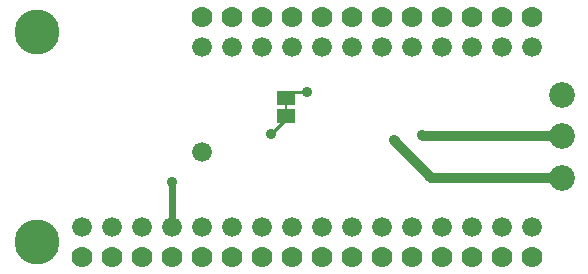
<source format=gbr>
G04 EAGLE Gerber RS-274X export*
G75*
%MOMM*%
%FSLAX34Y34*%
%LPD*%
%INBottom Copper*%
%IPPOS*%
%AMOC8*
5,1,8,0,0,1.08239X$1,22.5*%
G01*
%ADD10C,3.810000*%
%ADD11C,1.778000*%
%ADD12C,1.676400*%
%ADD13C,2.184400*%
%ADD14R,1.600200X1.168400*%
%ADD15R,0.203200X0.635000*%
%ADD16C,0.609600*%
%ADD17C,0.906400*%
%ADD18C,0.254000*%
%ADD19C,0.812800*%


D10*
X25400Y203200D03*
X25400Y25400D03*
D11*
X165100Y215900D03*
X190500Y215900D03*
X215900Y215900D03*
X241300Y215900D03*
X266700Y215900D03*
X292100Y215900D03*
X317500Y215900D03*
X342900Y215900D03*
X368300Y215900D03*
X393700Y215900D03*
X419100Y215900D03*
X444500Y215900D03*
X165100Y12700D03*
X190500Y12700D03*
X215900Y12700D03*
X241300Y12700D03*
X266700Y12700D03*
X292100Y12700D03*
X317500Y12700D03*
X342900Y12700D03*
X368300Y12700D03*
X393700Y12700D03*
X419100Y12700D03*
X444500Y12700D03*
X139700Y12700D03*
X114300Y12700D03*
X88900Y12700D03*
X63500Y12700D03*
D12*
X444500Y38100D03*
X419100Y38100D03*
X393700Y38100D03*
X368300Y38100D03*
X342900Y38100D03*
X317500Y38100D03*
X292100Y38100D03*
X266700Y38100D03*
X241300Y38100D03*
X215900Y38100D03*
X190500Y38100D03*
X165100Y38100D03*
X139700Y38100D03*
X114300Y38100D03*
X88900Y38100D03*
X63500Y38100D03*
X190500Y190500D03*
X215900Y190500D03*
X241300Y190500D03*
X266700Y190500D03*
X292100Y190500D03*
X317500Y190500D03*
X342900Y190500D03*
X368300Y190500D03*
X393700Y190500D03*
X419100Y190500D03*
X444500Y190500D03*
X165100Y190500D03*
D13*
X469900Y149800D03*
X469900Y114800D03*
X469900Y79800D03*
D12*
X165100Y101600D03*
D14*
X236220Y147320D03*
X236220Y132080D03*
D15*
X236220Y139700D03*
D16*
X139700Y75820D02*
X139700Y38100D01*
D17*
X139700Y75820D03*
X254000Y152400D03*
D18*
X241300Y152400D02*
X236220Y147320D01*
X241300Y152400D02*
X254000Y152400D01*
D17*
X352060Y115708D03*
D19*
X352968Y114800D01*
X469900Y114800D01*
D17*
X327660Y111760D03*
D19*
X359620Y79800D01*
X469900Y79800D01*
D17*
X223520Y116840D03*
D18*
X236220Y129540D01*
X236220Y132080D01*
M02*

</source>
